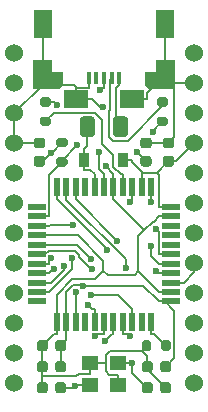
<source format=gbr>
%TF.GenerationSoftware,KiCad,Pcbnew,(5.1.9)-1*%
%TF.CreationDate,2021-03-22T03:11:48+09:00*%
%TF.ProjectId,yuiopPM,7975696f-7050-44d2-9e6b-696361645f70,1*%
%TF.SameCoordinates,Original*%
%TF.FileFunction,Copper,L1,Top*%
%TF.FilePolarity,Positive*%
%FSLAX46Y46*%
G04 Gerber Fmt 4.6, Leading zero omitted, Abs format (unit mm)*
G04 Created by KiCad (PCBNEW (5.1.9)-1) date 2021-03-22 03:11:48*
%MOMM*%
%LPD*%
G01*
G04 APERTURE LIST*
%TA.AperFunction,SMDPad,CuDef*%
%ADD10C,0.100000*%
%TD*%
%TA.AperFunction,SMDPad,CuDef*%
%ADD11R,1.600000X2.400000*%
%TD*%
%TA.AperFunction,SMDPad,CuDef*%
%ADD12R,2.000000X1.500000*%
%TD*%
%TA.AperFunction,SMDPad,CuDef*%
%ADD13R,0.400000X1.050000*%
%TD*%
%TA.AperFunction,SMDPad,CuDef*%
%ADD14R,1.400000X1.200000*%
%TD*%
%TA.AperFunction,SMDPad,CuDef*%
%ADD15R,1.500000X0.550000*%
%TD*%
%TA.AperFunction,SMDPad,CuDef*%
%ADD16R,0.550000X1.500000*%
%TD*%
%TA.AperFunction,ComponentPad*%
%ADD17C,1.524000*%
%TD*%
%TA.AperFunction,SMDPad,CuDef*%
%ADD18R,0.900000X1.200000*%
%TD*%
%TA.AperFunction,ViaPad*%
%ADD19C,0.600000*%
%TD*%
%TA.AperFunction,Conductor*%
%ADD20C,0.200000*%
%TD*%
G04 APERTURE END LIST*
%TA.AperFunction,SMDPad,CuDef*%
D10*
%TO.P,J1,6*%
%TO.N,/GND*%
G36*
X141319025Y-99510304D02*
G01*
X141318087Y-99510019D01*
X141317222Y-99509557D01*
X141316464Y-99508936D01*
X141315843Y-99508178D01*
X141315381Y-99507313D01*
X141315096Y-99506375D01*
X141315000Y-99505400D01*
X141315000Y-97105400D01*
X141315096Y-97104425D01*
X141315381Y-97103487D01*
X141315843Y-97102622D01*
X141316464Y-97101864D01*
X141317222Y-97101243D01*
X141318087Y-97100781D01*
X141319025Y-97100496D01*
X141320000Y-97100400D01*
X142920000Y-97100400D01*
X142920975Y-97100496D01*
X142921913Y-97100781D01*
X142922778Y-97101243D01*
X142923536Y-97101864D01*
X142924157Y-97102622D01*
X142924619Y-97103487D01*
X142924904Y-97104425D01*
X142925000Y-97105400D01*
X142925000Y-98100400D01*
X143870000Y-98100400D01*
X143870975Y-98100496D01*
X143871913Y-98100781D01*
X143872778Y-98101243D01*
X143873536Y-98101864D01*
X143874157Y-98102622D01*
X143874619Y-98103487D01*
X143874904Y-98104425D01*
X143875000Y-98105400D01*
X143875000Y-99205400D01*
X143874904Y-99206375D01*
X143874619Y-99207313D01*
X143874157Y-99208178D01*
X143873536Y-99208936D01*
X143573536Y-99508936D01*
X143572778Y-99509557D01*
X143571913Y-99510019D01*
X143570975Y-99510304D01*
X143570000Y-99510400D01*
X141320000Y-99510400D01*
X141319025Y-99510304D01*
G37*
%TD.AperFunction*%
%TA.AperFunction,SMDPad,CuDef*%
G36*
X151069025Y-99510304D02*
G01*
X151068087Y-99510019D01*
X151067222Y-99509557D01*
X151066464Y-99508936D01*
X150766464Y-99208936D01*
X150765843Y-99208178D01*
X150765381Y-99207313D01*
X150765096Y-99206375D01*
X150765000Y-99205400D01*
X150765000Y-98105400D01*
X150765096Y-98104425D01*
X150765381Y-98103487D01*
X150765843Y-98102622D01*
X150766464Y-98101864D01*
X150767222Y-98101243D01*
X150768087Y-98100781D01*
X150769025Y-98100496D01*
X150770000Y-98100400D01*
X151715000Y-98100400D01*
X151715000Y-97105400D01*
X151715096Y-97104425D01*
X151715381Y-97103487D01*
X151715843Y-97102622D01*
X151716464Y-97101864D01*
X151717222Y-97101243D01*
X151718087Y-97100781D01*
X151719025Y-97100496D01*
X151720000Y-97100400D01*
X153320000Y-97100400D01*
X153320975Y-97100496D01*
X153321913Y-97100781D01*
X153322778Y-97101243D01*
X153323536Y-97101864D01*
X153324157Y-97102622D01*
X153324619Y-97103487D01*
X153324904Y-97104425D01*
X153325000Y-97105400D01*
X153325000Y-99505400D01*
X153324904Y-99506375D01*
X153324619Y-99507313D01*
X153324157Y-99508178D01*
X153323536Y-99508936D01*
X153322778Y-99509557D01*
X153321913Y-99510019D01*
X153320975Y-99510304D01*
X153320000Y-99510400D01*
X151070000Y-99510400D01*
X151069025Y-99510304D01*
G37*
%TD.AperFunction*%
D11*
X142120000Y-94005400D03*
X152520000Y-94005400D03*
D12*
X144970000Y-100405400D03*
X149670000Y-100405400D03*
D13*
%TO.P,J1,1*%
%TO.N,Net-(F1-Pad2)*%
X148620000Y-98630400D03*
%TO.P,J1,2*%
%TO.N,Net-(J1-Pad2)*%
X147970000Y-98630400D03*
%TO.P,J1,3*%
%TO.N,Net-(J1-Pad3)*%
X147320000Y-98630400D03*
%TO.P,J1,4*%
%TO.N,N/C*%
X146670000Y-98630400D03*
%TO.P,J1,5*%
%TO.N,/GND*%
X146020000Y-98630400D03*
%TD*%
D14*
%TO.P,X1,4*%
%TO.N,/GND*%
X148520000Y-124648000D03*
%TO.P,X1,3*%
%TO.N,Net-(C2-Pad1)*%
X146120000Y-124648000D03*
%TO.P,X1,2*%
%TO.N,/GND*%
X146120000Y-122748000D03*
%TO.P,X1,1*%
%TO.N,Net-(C1-Pad1)*%
X148520000Y-122748000D03*
%TD*%
D15*
%TO.P,U1,44*%
%TO.N,/AVCC*%
X153020000Y-109538000D03*
%TO.P,U1,43*%
%TO.N,/GND*%
X153020000Y-110338000D03*
%TO.P,U1,42*%
%TO.N,N/C*%
X153020000Y-111138000D03*
%TO.P,U1,41*%
X153020000Y-111938000D03*
%TO.P,U1,40*%
X153020000Y-112738000D03*
%TO.P,U1,39*%
%TO.N,/A3*%
X153020000Y-113538000D03*
%TO.P,U1,38*%
%TO.N,/A2*%
X153020000Y-114338000D03*
%TO.P,U1,37*%
%TO.N,/A1*%
X153020000Y-115138000D03*
%TO.P,U1,36*%
%TO.N,/A0*%
X153020000Y-115938000D03*
%TO.P,U1,35*%
%TO.N,/GND*%
X153020000Y-116738000D03*
%TO.P,U1,34*%
%TO.N,/AVCC*%
X153020000Y-117538000D03*
D16*
%TO.P,U1,33*%
%TO.N,Net-(R2-Pad2)*%
X151320000Y-119238000D03*
%TO.P,U1,32*%
%TO.N,N/C*%
X150520000Y-119238000D03*
%TO.P,U1,31*%
%TO.N,/D5*%
X149720000Y-119238000D03*
%TO.P,U1,30*%
%TO.N,/D10*%
X148920000Y-119238000D03*
%TO.P,U1,29*%
%TO.N,/D9*%
X148120000Y-119238000D03*
%TO.P,U1,28*%
%TO.N,/D8*%
X147320000Y-119238000D03*
%TO.P,U1,27*%
%TO.N,/D6*%
X146520000Y-119238000D03*
%TO.P,U1,26*%
%TO.N,N/C*%
X145720000Y-119238000D03*
%TO.P,U1,25*%
%TO.N,/D4*%
X144920000Y-119238000D03*
%TO.P,U1,24*%
%TO.N,/AVCC*%
X144120000Y-119238000D03*
%TO.P,U1,23*%
%TO.N,/GND*%
X143320000Y-119238000D03*
D15*
%TO.P,U1,22*%
%TO.N,N/C*%
X141620000Y-117538000D03*
%TO.P,U1,21*%
%TO.N,/TXO*%
X141620000Y-116738000D03*
%TO.P,U1,20*%
%TO.N,/RXI*%
X141620000Y-115938000D03*
%TO.P,U1,19*%
%TO.N,/D2_SDA*%
X141620000Y-115138000D03*
%TO.P,U1,18*%
%TO.N,/D3_SCL*%
X141620000Y-114338000D03*
%TO.P,U1,17*%
%TO.N,Net-(C2-Pad1)*%
X141620000Y-113538000D03*
%TO.P,U1,16*%
%TO.N,Net-(C1-Pad1)*%
X141620000Y-112738000D03*
%TO.P,U1,15*%
%TO.N,/GND*%
X141620000Y-111938000D03*
%TO.P,U1,14*%
%TO.N,/AVCC*%
X141620000Y-111138000D03*
%TO.P,U1,13*%
%TO.N,/RESET*%
X141620000Y-110338000D03*
%TO.P,U1,12*%
%TO.N,N/C*%
X141620000Y-109538000D03*
D16*
%TO.P,U1,11*%
%TO.N,/MISO*%
X143320000Y-107838000D03*
%TO.P,U1,10*%
%TO.N,/MOSI*%
X144120000Y-107838000D03*
%TO.P,U1,9*%
%TO.N,/SCK*%
X144920000Y-107838000D03*
%TO.P,U1,8*%
%TO.N,N/C*%
X145720000Y-107838000D03*
%TO.P,U1,7*%
%TO.N,/V_USB*%
X146520000Y-107838000D03*
%TO.P,U1,6*%
%TO.N,Net-(C8-Pad2)*%
X147320000Y-107838000D03*
%TO.P,U1,5*%
%TO.N,/GND*%
X148120000Y-107838000D03*
%TO.P,U1,4*%
%TO.N,/D+*%
X148920000Y-107838000D03*
%TO.P,U1,3*%
%TO.N,/D-*%
X149720000Y-107838000D03*
%TO.P,U1,2*%
%TO.N,/AVCC*%
X150520000Y-107838000D03*
%TO.P,U1,1*%
%TO.N,/D7*%
X151320000Y-107838000D03*
%TD*%
%TO.P,R4,2*%
%TO.N,Net-(J1-Pad2)*%
%TA.AperFunction,SMDPad,CuDef*%
G36*
G01*
X152548000Y-101048000D02*
X151998000Y-101048000D01*
G75*
G02*
X151798000Y-100848000I0J200000D01*
G01*
X151798000Y-100448000D01*
G75*
G02*
X151998000Y-100248000I200000J0D01*
G01*
X152548000Y-100248000D01*
G75*
G02*
X152748000Y-100448000I0J-200000D01*
G01*
X152748000Y-100848000D01*
G75*
G02*
X152548000Y-101048000I-200000J0D01*
G01*
G37*
%TD.AperFunction*%
%TO.P,R4,1*%
%TO.N,/D-*%
%TA.AperFunction,SMDPad,CuDef*%
G36*
G01*
X152548000Y-102698000D02*
X151998000Y-102698000D01*
G75*
G02*
X151798000Y-102498000I0J200000D01*
G01*
X151798000Y-102098000D01*
G75*
G02*
X151998000Y-101898000I200000J0D01*
G01*
X152548000Y-101898000D01*
G75*
G02*
X152748000Y-102098000I0J-200000D01*
G01*
X152748000Y-102498000D01*
G75*
G02*
X152548000Y-102698000I-200000J0D01*
G01*
G37*
%TD.AperFunction*%
%TD*%
%TO.P,R3,2*%
%TO.N,Net-(J1-Pad3)*%
%TA.AperFunction,SMDPad,CuDef*%
G36*
G01*
X142642000Y-101048000D02*
X142092000Y-101048000D01*
G75*
G02*
X141892000Y-100848000I0J200000D01*
G01*
X141892000Y-100448000D01*
G75*
G02*
X142092000Y-100248000I200000J0D01*
G01*
X142642000Y-100248000D01*
G75*
G02*
X142842000Y-100448000I0J-200000D01*
G01*
X142842000Y-100848000D01*
G75*
G02*
X142642000Y-101048000I-200000J0D01*
G01*
G37*
%TD.AperFunction*%
%TO.P,R3,1*%
%TO.N,/D+*%
%TA.AperFunction,SMDPad,CuDef*%
G36*
G01*
X142642000Y-102698000D02*
X142092000Y-102698000D01*
G75*
G02*
X141892000Y-102498000I0J200000D01*
G01*
X141892000Y-102098000D01*
G75*
G02*
X142092000Y-101898000I200000J0D01*
G01*
X142642000Y-101898000D01*
G75*
G02*
X142842000Y-102098000I0J-200000D01*
G01*
X142842000Y-102498000D01*
G75*
G02*
X142642000Y-102698000I-200000J0D01*
G01*
G37*
%TD.AperFunction*%
%TD*%
%TO.P,R2,2*%
%TO.N,Net-(R2-Pad2)*%
%TA.AperFunction,SMDPad,CuDef*%
G36*
G01*
X152190000Y-121560000D02*
X152190000Y-121010000D01*
G75*
G02*
X152390000Y-120810000I200000J0D01*
G01*
X152790000Y-120810000D01*
G75*
G02*
X152990000Y-121010000I0J-200000D01*
G01*
X152990000Y-121560000D01*
G75*
G02*
X152790000Y-121760000I-200000J0D01*
G01*
X152390000Y-121760000D01*
G75*
G02*
X152190000Y-121560000I0J200000D01*
G01*
G37*
%TD.AperFunction*%
%TO.P,R2,1*%
%TO.N,/GND*%
%TA.AperFunction,SMDPad,CuDef*%
G36*
G01*
X150540000Y-121560000D02*
X150540000Y-121010000D01*
G75*
G02*
X150740000Y-120810000I200000J0D01*
G01*
X151140000Y-120810000D01*
G75*
G02*
X151340000Y-121010000I0J-200000D01*
G01*
X151340000Y-121560000D01*
G75*
G02*
X151140000Y-121760000I-200000J0D01*
G01*
X150740000Y-121760000D01*
G75*
G02*
X150540000Y-121560000I0J200000D01*
G01*
G37*
%TD.AperFunction*%
%TD*%
%TO.P,R1,2*%
%TO.N,/RESET*%
%TA.AperFunction,SMDPad,CuDef*%
G36*
G01*
X143489000Y-105327000D02*
X144039000Y-105327000D01*
G75*
G02*
X144239000Y-105527000I0J-200000D01*
G01*
X144239000Y-105927000D01*
G75*
G02*
X144039000Y-106127000I-200000J0D01*
G01*
X143489000Y-106127000D01*
G75*
G02*
X143289000Y-105927000I0J200000D01*
G01*
X143289000Y-105527000D01*
G75*
G02*
X143489000Y-105327000I200000J0D01*
G01*
G37*
%TD.AperFunction*%
%TO.P,R1,1*%
%TO.N,/AVCC*%
%TA.AperFunction,SMDPad,CuDef*%
G36*
G01*
X143489000Y-103677000D02*
X144039000Y-103677000D01*
G75*
G02*
X144239000Y-103877000I0J-200000D01*
G01*
X144239000Y-104277000D01*
G75*
G02*
X144039000Y-104477000I-200000J0D01*
G01*
X143489000Y-104477000D01*
G75*
G02*
X143289000Y-104277000I0J200000D01*
G01*
X143289000Y-103877000D01*
G75*
G02*
X143489000Y-103677000I200000J0D01*
G01*
G37*
%TD.AperFunction*%
%TD*%
%TO.P,F1,2*%
%TO.N,Net-(F1-Pad2)*%
%TA.AperFunction,SMDPad,CuDef*%
G36*
G01*
X148095000Y-103368000D02*
X148095000Y-102118000D01*
G75*
G02*
X148345000Y-101868000I250000J0D01*
G01*
X149095000Y-101868000D01*
G75*
G02*
X149345000Y-102118000I0J-250000D01*
G01*
X149345000Y-103368000D01*
G75*
G02*
X149095000Y-103618000I-250000J0D01*
G01*
X148345000Y-103618000D01*
G75*
G02*
X148095000Y-103368000I0J250000D01*
G01*
G37*
%TD.AperFunction*%
%TO.P,F1,1*%
%TO.N,/V_USB*%
%TA.AperFunction,SMDPad,CuDef*%
G36*
G01*
X145295000Y-103368000D02*
X145295000Y-102118000D01*
G75*
G02*
X145545000Y-101868000I250000J0D01*
G01*
X146295000Y-101868000D01*
G75*
G02*
X146545000Y-102118000I0J-250000D01*
G01*
X146545000Y-103368000D01*
G75*
G02*
X146295000Y-103618000I-250000J0D01*
G01*
X145545000Y-103618000D01*
G75*
G02*
X145295000Y-103368000I0J250000D01*
G01*
G37*
%TD.AperFunction*%
%TD*%
%TO.P,C8,2*%
%TO.N,Net-(C8-Pad2)*%
%TA.AperFunction,SMDPad,CuDef*%
G36*
G01*
X150626000Y-105227000D02*
X151126000Y-105227000D01*
G75*
G02*
X151351000Y-105452000I0J-225000D01*
G01*
X151351000Y-105902000D01*
G75*
G02*
X151126000Y-106127000I-225000J0D01*
G01*
X150626000Y-106127000D01*
G75*
G02*
X150401000Y-105902000I0J225000D01*
G01*
X150401000Y-105452000D01*
G75*
G02*
X150626000Y-105227000I225000J0D01*
G01*
G37*
%TD.AperFunction*%
%TO.P,C8,1*%
%TO.N,/GND*%
%TA.AperFunction,SMDPad,CuDef*%
G36*
G01*
X150626000Y-103677000D02*
X151126000Y-103677000D01*
G75*
G02*
X151351000Y-103902000I0J-225000D01*
G01*
X151351000Y-104352000D01*
G75*
G02*
X151126000Y-104577000I-225000J0D01*
G01*
X150626000Y-104577000D01*
G75*
G02*
X150401000Y-104352000I0J225000D01*
G01*
X150401000Y-103902000D01*
G75*
G02*
X150626000Y-103677000I225000J0D01*
G01*
G37*
%TD.AperFunction*%
%TD*%
%TO.P,C7,2*%
%TO.N,/GND*%
%TA.AperFunction,SMDPad,CuDef*%
G36*
G01*
X153031000Y-104577000D02*
X152531000Y-104577000D01*
G75*
G02*
X152306000Y-104352000I0J225000D01*
G01*
X152306000Y-103902000D01*
G75*
G02*
X152531000Y-103677000I225000J0D01*
G01*
X153031000Y-103677000D01*
G75*
G02*
X153256000Y-103902000I0J-225000D01*
G01*
X153256000Y-104352000D01*
G75*
G02*
X153031000Y-104577000I-225000J0D01*
G01*
G37*
%TD.AperFunction*%
%TO.P,C7,1*%
%TO.N,/AVCC*%
%TA.AperFunction,SMDPad,CuDef*%
G36*
G01*
X153031000Y-106127000D02*
X152531000Y-106127000D01*
G75*
G02*
X152306000Y-105902000I0J225000D01*
G01*
X152306000Y-105452000D01*
G75*
G02*
X152531000Y-105227000I225000J0D01*
G01*
X153031000Y-105227000D01*
G75*
G02*
X153256000Y-105452000I0J-225000D01*
G01*
X153256000Y-105902000D01*
G75*
G02*
X153031000Y-106127000I-225000J0D01*
G01*
G37*
%TD.AperFunction*%
%TD*%
%TO.P,C6,2*%
%TO.N,/GND*%
%TA.AperFunction,SMDPad,CuDef*%
G36*
G01*
X142109000Y-104577000D02*
X141609000Y-104577000D01*
G75*
G02*
X141384000Y-104352000I0J225000D01*
G01*
X141384000Y-103902000D01*
G75*
G02*
X141609000Y-103677000I225000J0D01*
G01*
X142109000Y-103677000D01*
G75*
G02*
X142334000Y-103902000I0J-225000D01*
G01*
X142334000Y-104352000D01*
G75*
G02*
X142109000Y-104577000I-225000J0D01*
G01*
G37*
%TD.AperFunction*%
%TO.P,C6,1*%
%TO.N,/AVCC*%
%TA.AperFunction,SMDPad,CuDef*%
G36*
G01*
X142109000Y-106127000D02*
X141609000Y-106127000D01*
G75*
G02*
X141384000Y-105902000I0J225000D01*
G01*
X141384000Y-105452000D01*
G75*
G02*
X141609000Y-105227000I225000J0D01*
G01*
X142109000Y-105227000D01*
G75*
G02*
X142334000Y-105452000I0J-225000D01*
G01*
X142334000Y-105902000D01*
G75*
G02*
X142109000Y-106127000I-225000J0D01*
G01*
G37*
%TD.AperFunction*%
%TD*%
%TO.P,C5,2*%
%TO.N,/GND*%
%TA.AperFunction,SMDPad,CuDef*%
G36*
G01*
X151440000Y-122813000D02*
X151440000Y-123313000D01*
G75*
G02*
X151215000Y-123538000I-225000J0D01*
G01*
X150765000Y-123538000D01*
G75*
G02*
X150540000Y-123313000I0J225000D01*
G01*
X150540000Y-122813000D01*
G75*
G02*
X150765000Y-122588000I225000J0D01*
G01*
X151215000Y-122588000D01*
G75*
G02*
X151440000Y-122813000I0J-225000D01*
G01*
G37*
%TD.AperFunction*%
%TO.P,C5,1*%
%TO.N,/AVCC*%
%TA.AperFunction,SMDPad,CuDef*%
G36*
G01*
X152990000Y-122813000D02*
X152990000Y-123313000D01*
G75*
G02*
X152765000Y-123538000I-225000J0D01*
G01*
X152315000Y-123538000D01*
G75*
G02*
X152090000Y-123313000I0J225000D01*
G01*
X152090000Y-122813000D01*
G75*
G02*
X152315000Y-122588000I225000J0D01*
G01*
X152765000Y-122588000D01*
G75*
G02*
X152990000Y-122813000I0J-225000D01*
G01*
G37*
%TD.AperFunction*%
%TD*%
%TO.P,C4,2*%
%TO.N,/GND*%
%TA.AperFunction,SMDPad,CuDef*%
G36*
G01*
X142550000Y-122813000D02*
X142550000Y-123313000D01*
G75*
G02*
X142325000Y-123538000I-225000J0D01*
G01*
X141875000Y-123538000D01*
G75*
G02*
X141650000Y-123313000I0J225000D01*
G01*
X141650000Y-122813000D01*
G75*
G02*
X141875000Y-122588000I225000J0D01*
G01*
X142325000Y-122588000D01*
G75*
G02*
X142550000Y-122813000I0J-225000D01*
G01*
G37*
%TD.AperFunction*%
%TO.P,C4,1*%
%TO.N,/AVCC*%
%TA.AperFunction,SMDPad,CuDef*%
G36*
G01*
X144100000Y-122813000D02*
X144100000Y-123313000D01*
G75*
G02*
X143875000Y-123538000I-225000J0D01*
G01*
X143425000Y-123538000D01*
G75*
G02*
X143200000Y-123313000I0J225000D01*
G01*
X143200000Y-122813000D01*
G75*
G02*
X143425000Y-122588000I225000J0D01*
G01*
X143875000Y-122588000D01*
G75*
G02*
X144100000Y-122813000I0J-225000D01*
G01*
G37*
%TD.AperFunction*%
%TD*%
%TO.P,C3,2*%
%TO.N,/GND*%
%TA.AperFunction,SMDPad,CuDef*%
G36*
G01*
X142550000Y-121035000D02*
X142550000Y-121535000D01*
G75*
G02*
X142325000Y-121760000I-225000J0D01*
G01*
X141875000Y-121760000D01*
G75*
G02*
X141650000Y-121535000I0J225000D01*
G01*
X141650000Y-121035000D01*
G75*
G02*
X141875000Y-120810000I225000J0D01*
G01*
X142325000Y-120810000D01*
G75*
G02*
X142550000Y-121035000I0J-225000D01*
G01*
G37*
%TD.AperFunction*%
%TO.P,C3,1*%
%TO.N,/AVCC*%
%TA.AperFunction,SMDPad,CuDef*%
G36*
G01*
X144100000Y-121035000D02*
X144100000Y-121535000D01*
G75*
G02*
X143875000Y-121760000I-225000J0D01*
G01*
X143425000Y-121760000D01*
G75*
G02*
X143200000Y-121535000I0J225000D01*
G01*
X143200000Y-121035000D01*
G75*
G02*
X143425000Y-120810000I225000J0D01*
G01*
X143875000Y-120810000D01*
G75*
G02*
X144100000Y-121035000I0J-225000D01*
G01*
G37*
%TD.AperFunction*%
%TD*%
%TO.P,C2,2*%
%TO.N,/GND*%
%TA.AperFunction,SMDPad,CuDef*%
G36*
G01*
X142550000Y-124591000D02*
X142550000Y-125091000D01*
G75*
G02*
X142325000Y-125316000I-225000J0D01*
G01*
X141875000Y-125316000D01*
G75*
G02*
X141650000Y-125091000I0J225000D01*
G01*
X141650000Y-124591000D01*
G75*
G02*
X141875000Y-124366000I225000J0D01*
G01*
X142325000Y-124366000D01*
G75*
G02*
X142550000Y-124591000I0J-225000D01*
G01*
G37*
%TD.AperFunction*%
%TO.P,C2,1*%
%TO.N,Net-(C2-Pad1)*%
%TA.AperFunction,SMDPad,CuDef*%
G36*
G01*
X144100000Y-124591000D02*
X144100000Y-125091000D01*
G75*
G02*
X143875000Y-125316000I-225000J0D01*
G01*
X143425000Y-125316000D01*
G75*
G02*
X143200000Y-125091000I0J225000D01*
G01*
X143200000Y-124591000D01*
G75*
G02*
X143425000Y-124366000I225000J0D01*
G01*
X143875000Y-124366000D01*
G75*
G02*
X144100000Y-124591000I0J-225000D01*
G01*
G37*
%TD.AperFunction*%
%TD*%
%TO.P,C1,2*%
%TO.N,/GND*%
%TA.AperFunction,SMDPad,CuDef*%
G36*
G01*
X152090000Y-125091000D02*
X152090000Y-124591000D01*
G75*
G02*
X152315000Y-124366000I225000J0D01*
G01*
X152765000Y-124366000D01*
G75*
G02*
X152990000Y-124591000I0J-225000D01*
G01*
X152990000Y-125091000D01*
G75*
G02*
X152765000Y-125316000I-225000J0D01*
G01*
X152315000Y-125316000D01*
G75*
G02*
X152090000Y-125091000I0J225000D01*
G01*
G37*
%TD.AperFunction*%
%TO.P,C1,1*%
%TO.N,Net-(C1-Pad1)*%
%TA.AperFunction,SMDPad,CuDef*%
G36*
G01*
X150540000Y-125091000D02*
X150540000Y-124591000D01*
G75*
G02*
X150765000Y-124366000I225000J0D01*
G01*
X151215000Y-124366000D01*
G75*
G02*
X151440000Y-124591000I0J-225000D01*
G01*
X151440000Y-125091000D01*
G75*
G02*
X151215000Y-125316000I-225000J0D01*
G01*
X150765000Y-125316000D01*
G75*
G02*
X150540000Y-125091000I0J225000D01*
G01*
G37*
%TD.AperFunction*%
%TD*%
D17*
%TO.P,J3,12*%
%TO.N,/D10*%
X154940000Y-124460000D03*
%TO.P,J3,11*%
%TO.N,/MOSI*%
X154940000Y-121920000D03*
%TO.P,J3,10*%
%TO.N,/MISO*%
X154940000Y-119380000D03*
%TO.P,J3,9*%
%TO.N,/SCK*%
X154940000Y-116840000D03*
%TO.P,J3,8*%
%TO.N,/A0*%
X154940000Y-114300000D03*
%TO.P,J3,7*%
%TO.N,/A1*%
X154940000Y-111760000D03*
%TO.P,J3,6*%
%TO.N,/A2*%
X154940000Y-109220000D03*
%TO.P,J3,5*%
%TO.N,/A3*%
X154940000Y-106680000D03*
%TO.P,J3,4*%
%TO.N,/AVCC*%
X154940000Y-104140000D03*
%TO.P,J3,3*%
%TO.N,/RESET*%
X154940000Y-101600000D03*
%TO.P,J3,2*%
%TO.N,/GND*%
X154940000Y-99060000D03*
%TO.P,J3,1*%
%TO.N,/AVCC*%
X154940000Y-96520000D03*
%TD*%
%TO.P,J2,12*%
%TO.N,/D9*%
X139700000Y-124460000D03*
%TO.P,J2,11*%
%TO.N,/D8*%
X139700000Y-121920000D03*
%TO.P,J2,10*%
%TO.N,/D7*%
X139700000Y-119380000D03*
%TO.P,J2,9*%
%TO.N,/D6*%
X139700000Y-116840000D03*
%TO.P,J2,8*%
%TO.N,/D5*%
X139700000Y-114300000D03*
%TO.P,J2,7*%
%TO.N,/D4*%
X139700000Y-111760000D03*
%TO.P,J2,6*%
%TO.N,/D3_SCL*%
X139700000Y-109220000D03*
%TO.P,J2,5*%
%TO.N,/D2_SDA*%
X139700000Y-106680000D03*
%TO.P,J2,4*%
%TO.N,/GND*%
X139700000Y-104140000D03*
%TO.P,J2,3*%
X139700000Y-101600000D03*
%TO.P,J2,2*%
%TO.N,/RXI*%
X139700000Y-99060000D03*
%TO.P,J2,1*%
%TO.N,/TXO*%
X139700000Y-96520000D03*
%TD*%
D18*
%TO.P,D1,1*%
%TO.N,/AVCC*%
X148970000Y-105537000D03*
%TO.P,D1,2*%
%TO.N,/V_USB*%
X145670000Y-105537000D03*
%TD*%
D19*
%TO.N,/GND*%
X147228900Y-101086500D03*
X147468500Y-106058400D03*
%TO.N,Net-(C1-Pad1)*%
X146233600Y-113957400D03*
X149733900Y-122782500D03*
%TO.N,Net-(C2-Pad1)*%
X146327000Y-114809200D03*
X144906400Y-124706600D03*
%TO.N,/AVCC*%
X144686900Y-111099000D03*
X142856100Y-104946500D03*
X145511800Y-116232800D03*
%TO.N,Net-(C8-Pad2)*%
X146868200Y-104893200D03*
X150108700Y-104909700D03*
%TO.N,Net-(J1-Pad3)*%
X147008300Y-99667700D03*
X143369300Y-100907400D03*
%TO.N,/D9*%
X147442100Y-120889400D03*
%TO.N,/D8*%
X146594200Y-120494500D03*
%TO.N,/D7*%
X151320000Y-109105100D03*
%TO.N,/D6*%
X145956100Y-117842200D03*
%TO.N,/D5*%
X146222800Y-117003400D03*
%TO.N,/D4*%
X144920000Y-116773000D03*
%TO.N,/D3_SCL*%
X142876800Y-113871400D03*
%TO.N,/D2_SDA*%
X143079200Y-114800900D03*
%TO.N,/RXI*%
X143930200Y-114521700D03*
%TO.N,/TXO*%
X144617500Y-113871400D03*
%TO.N,/D10*%
X149484700Y-120501900D03*
%TO.N,/MOSI*%
X149162000Y-114689300D03*
%TO.N,/MISO*%
X147571400Y-113217300D03*
%TO.N,/SCK*%
X148451000Y-112398900D03*
%TO.N,/A1*%
X151757000Y-114943000D03*
%TO.N,/A2*%
X151334900Y-112825100D03*
%TO.N,/A3*%
X151766200Y-111379400D03*
%TO.N,/RESET*%
X145071700Y-104310200D03*
%TO.N,/D-*%
X149512200Y-109096100D03*
X151475900Y-103223000D03*
%TD*%
D20*
%TO.N,/GND*%
X150729000Y-111497200D02*
X150230100Y-111996100D01*
X150230100Y-111996100D02*
X150230100Y-114998400D01*
X151969700Y-110338000D02*
X151534300Y-110773400D01*
X151534300Y-110773400D02*
X151452800Y-110773400D01*
X151452800Y-110773400D02*
X150729000Y-111497200D01*
X148120000Y-108888300D02*
X150729000Y-111497200D01*
X148120000Y-107838000D02*
X148120000Y-108888300D01*
X153020000Y-110338000D02*
X151969700Y-110338000D01*
X150230100Y-114998400D02*
X151969700Y-116738000D01*
X147268000Y-114928100D02*
X147639600Y-115299700D01*
X147639600Y-115299700D02*
X149928800Y-115299700D01*
X149928800Y-115299700D02*
X150230100Y-114998400D01*
X147468500Y-106058400D02*
X147468500Y-106095100D01*
X147468500Y-106095100D02*
X148120000Y-106746600D01*
X148120000Y-106746600D02*
X148120000Y-107838000D01*
X147268000Y-114928100D02*
X146563600Y-115632500D01*
X146563600Y-115632500D02*
X144645500Y-115632500D01*
X144645500Y-115632500D02*
X143320000Y-116958000D01*
X143320000Y-116958000D02*
X143320000Y-119238000D01*
X143320000Y-119238000D02*
X143320000Y-120288300D01*
X143320000Y-120288300D02*
X143096700Y-120288300D01*
X143096700Y-120288300D02*
X142100000Y-121285000D01*
X152781000Y-104127000D02*
X150876000Y-104127000D01*
X153274600Y-99060000D02*
X153274600Y-103633400D01*
X153274600Y-103633400D02*
X152781000Y-104127000D01*
X150516500Y-121708500D02*
X150940000Y-121285000D01*
X147486900Y-122748000D02*
X147486900Y-122050300D01*
X147486900Y-122050300D02*
X147828700Y-121708500D01*
X147828700Y-121708500D02*
X150516500Y-121708500D01*
X150990000Y-123063000D02*
X150990000Y-122182000D01*
X150990000Y-122182000D02*
X150516500Y-121708500D01*
X152540000Y-124841000D02*
X150990000Y-123291000D01*
X150990000Y-123291000D02*
X150990000Y-123063000D01*
X147486900Y-122748000D02*
X147486900Y-123447100D01*
X147486900Y-123447100D02*
X147787500Y-123747700D01*
X147787500Y-123747700D02*
X148520000Y-123747700D01*
X146120000Y-122748000D02*
X147486900Y-122748000D01*
X141620000Y-111938000D02*
X145099400Y-111938000D01*
X145099400Y-111938000D02*
X147268000Y-114106600D01*
X147268000Y-114106600D02*
X147268000Y-114928100D01*
X146020000Y-98630400D02*
X146020000Y-99455700D01*
X146020000Y-99455700D02*
X145070600Y-99455700D01*
X145070600Y-99455700D02*
X144970000Y-99355100D01*
X144970000Y-100405400D02*
X146270300Y-100405400D01*
X147228900Y-101086500D02*
X146951400Y-101086500D01*
X146951400Y-101086500D02*
X146270300Y-100405400D01*
X144970000Y-100405400D02*
X144970000Y-99355100D01*
X142120000Y-99180000D02*
X142120000Y-98305400D01*
X139700000Y-101600000D02*
X142120000Y-99180000D01*
X142120000Y-99180000D02*
X144794900Y-99180000D01*
X144794900Y-99180000D02*
X144970000Y-99355100D01*
X153020000Y-116738000D02*
X151969700Y-116738000D01*
X139700000Y-104127000D02*
X139700000Y-101600000D01*
X153274600Y-99060000D02*
X152520000Y-98305400D01*
X154940000Y-99060000D02*
X153274600Y-99060000D01*
X142100000Y-123876100D02*
X142100000Y-124841000D01*
X142100000Y-123063000D02*
X142100000Y-123876100D01*
X142100000Y-123876100D02*
X144991900Y-123876100D01*
X144991900Y-123876100D02*
X145219700Y-123648300D01*
X145219700Y-123648300D02*
X146120000Y-123648300D01*
X146120000Y-122748000D02*
X146120000Y-123648300D01*
X142100000Y-121285000D02*
X142100000Y-123063000D01*
X142120000Y-98305400D02*
X142120000Y-94005400D01*
X152520000Y-94005400D02*
X152520000Y-98305400D01*
X150970300Y-100405400D02*
X150970300Y-99855100D01*
X150970300Y-99855100D02*
X152520000Y-98305400D01*
X148520000Y-124648000D02*
X148520000Y-123747700D01*
X149670000Y-100405400D02*
X150970300Y-100405400D01*
X139700000Y-104127000D02*
X139700000Y-104140000D01*
X139700000Y-104127000D02*
X141859000Y-104127000D01*
%TO.N,Net-(C1-Pad1)*%
X141620000Y-112738000D02*
X145014200Y-112738000D01*
X145014200Y-112738000D02*
X146233600Y-113957400D01*
X149733900Y-122782500D02*
X149733900Y-123584900D01*
X149733900Y-123584900D02*
X150990000Y-124841000D01*
X149120200Y-122748000D02*
X149699400Y-122748000D01*
X149699400Y-122748000D02*
X149733900Y-122782500D01*
X148520000Y-122748000D02*
X149120200Y-122748000D01*
%TO.N,Net-(C2-Pad1)*%
X141620000Y-113538000D02*
X142361300Y-113538000D01*
X142361300Y-113538000D02*
X142628200Y-113271100D01*
X142628200Y-113271100D02*
X144866200Y-113271100D01*
X144866200Y-113271100D02*
X145217800Y-113622700D01*
X145217800Y-113622700D02*
X145217800Y-113802800D01*
X145217800Y-113802800D02*
X146224100Y-114809100D01*
X146224100Y-114809100D02*
X146327000Y-114809100D01*
X146327000Y-114809100D02*
X146327000Y-114809200D01*
X145619900Y-124648000D02*
X144965000Y-124648000D01*
X144965000Y-124648000D02*
X144906400Y-124706600D01*
X143650000Y-124841000D02*
X144772000Y-124841000D01*
X144772000Y-124841000D02*
X144906400Y-124706600D01*
X146120000Y-124648000D02*
X145619900Y-124648000D01*
%TO.N,/AVCC*%
X141620000Y-111138000D02*
X142670300Y-111138000D01*
X144686900Y-111099000D02*
X142709300Y-111099000D01*
X142709300Y-111099000D02*
X142670300Y-111138000D01*
X142856100Y-104946500D02*
X142125600Y-105677000D01*
X142125600Y-105677000D02*
X141859000Y-105677000D01*
X142856100Y-104946500D02*
X142894500Y-104946500D01*
X142894500Y-104946500D02*
X143764000Y-104077000D01*
X145511800Y-116232800D02*
X145451700Y-116172700D01*
X145451700Y-116172700D02*
X144671400Y-116172700D01*
X144671400Y-116172700D02*
X144120000Y-116724100D01*
X144120000Y-116724100D02*
X144120000Y-119238000D01*
X151969700Y-117538000D02*
X150664500Y-116232800D01*
X150664500Y-116232800D02*
X145511800Y-116232800D01*
X144120000Y-119238000D02*
X144120000Y-120815000D01*
X144120000Y-120815000D02*
X143650000Y-121285000D01*
X153020000Y-109538000D02*
X151969700Y-109538000D01*
X151783100Y-106674900D02*
X151969700Y-106861500D01*
X151969700Y-106861500D02*
X151969700Y-109538000D01*
X151783100Y-106674900D02*
X152781000Y-105677000D01*
X150632800Y-106674900D02*
X151783100Y-106674900D01*
X154940000Y-104140000D02*
X153403000Y-105677000D01*
X153403000Y-105677000D02*
X152781000Y-105677000D01*
X152494900Y-117538000D02*
X153291300Y-118334400D01*
X153291300Y-118334400D02*
X153291300Y-122311700D01*
X153291300Y-122311700D02*
X152540000Y-123063000D01*
X152494900Y-117538000D02*
X151969700Y-117538000D01*
X153020000Y-117538000D02*
X152494900Y-117538000D01*
X150632800Y-106674900D02*
X150520000Y-106787700D01*
X150520000Y-106787700D02*
X150520000Y-107838000D01*
X149720300Y-105537000D02*
X149720300Y-105762400D01*
X149720300Y-105762400D02*
X150632800Y-106674900D01*
X148970000Y-105537000D02*
X149720300Y-105537000D01*
X143650000Y-121285000D02*
X143650000Y-123063000D01*
%TO.N,Net-(C8-Pad2)*%
X150876000Y-105677000D02*
X150108700Y-104909700D01*
X146868200Y-104893200D02*
X146868200Y-106335900D01*
X146868200Y-106335900D02*
X147320000Y-106787700D01*
X147320000Y-107838000D02*
X147320000Y-106787700D01*
%TO.N,/V_USB*%
X146520000Y-107838000D02*
X146520000Y-106787700D01*
X145670000Y-105537000D02*
X145670000Y-106437300D01*
X145670000Y-106437300D02*
X146169600Y-106437300D01*
X146169600Y-106437300D02*
X146520000Y-106787700D01*
X145670000Y-105123600D02*
X145670000Y-105537000D01*
X145670000Y-105123600D02*
X145670000Y-104636700D01*
X145670000Y-104636700D02*
X145920000Y-104386700D01*
X145920000Y-104386700D02*
X145920000Y-102743000D01*
%TO.N,Net-(F1-Pad2)*%
X148720000Y-102743000D02*
X148369700Y-102392700D01*
X148369700Y-102392700D02*
X148369700Y-99455700D01*
X148369700Y-99455700D02*
X148620000Y-99205400D01*
X148620000Y-99205400D02*
X148620000Y-98630400D01*
%TO.N,Net-(J1-Pad2)*%
X152273000Y-100648000D02*
X152273000Y-101028000D01*
X152273000Y-101028000D02*
X149350000Y-103951000D01*
X149350000Y-103951000D02*
X148104800Y-103951000D01*
X148104800Y-103951000D02*
X147775300Y-103621500D01*
X147775300Y-103621500D02*
X147775300Y-101389100D01*
X147775300Y-101389100D02*
X147829200Y-101335200D01*
X147829200Y-101335200D02*
X147829200Y-98771200D01*
X147829200Y-98771200D02*
X147970000Y-98630400D01*
%TO.N,Net-(J1-Pad3)*%
X142367000Y-100648000D02*
X143109900Y-100648000D01*
X143109900Y-100648000D02*
X143369300Y-100907400D01*
X147008300Y-99667700D02*
X147220300Y-99455700D01*
X147220300Y-99455700D02*
X147320000Y-99455700D01*
X147320000Y-98630400D02*
X147320000Y-99455700D01*
%TO.N,/D9*%
X147442100Y-120889400D02*
X148043200Y-120288300D01*
X148043200Y-120288300D02*
X148120000Y-120288300D01*
X148120000Y-119238000D02*
X148120000Y-120288300D01*
%TO.N,/D8*%
X147320000Y-120288300D02*
X146800400Y-120288300D01*
X146800400Y-120288300D02*
X146594200Y-120494500D01*
X147320000Y-119238000D02*
X147320000Y-120288300D01*
%TO.N,/D7*%
X151320000Y-109105100D02*
X151320000Y-107838000D01*
%TO.N,/D6*%
X145956100Y-117842200D02*
X146301600Y-118187700D01*
X146301600Y-118187700D02*
X146520000Y-118187700D01*
X146520000Y-119238000D02*
X146520000Y-118187700D01*
%TO.N,/D5*%
X149720000Y-119238000D02*
X149720000Y-118187700D01*
X146222800Y-117003400D02*
X148535700Y-117003400D01*
X148535700Y-117003400D02*
X149720000Y-118187700D01*
%TO.N,/D4*%
X144920000Y-119238000D02*
X144920000Y-116773000D01*
%TO.N,/D3_SCL*%
X141620000Y-114338000D02*
X142670300Y-114338000D01*
X142876800Y-113871400D02*
X142670300Y-114077900D01*
X142670300Y-114077900D02*
X142670300Y-114338000D01*
%TO.N,/D2_SDA*%
X142670300Y-115138000D02*
X143007400Y-114800900D01*
X143007400Y-114800900D02*
X143079200Y-114800900D01*
X141620000Y-115138000D02*
X142670300Y-115138000D01*
%TO.N,/RXI*%
X143930200Y-114521700D02*
X143930200Y-114837400D01*
X143930200Y-114837400D02*
X142829600Y-115938000D01*
X142829600Y-115938000D02*
X141620000Y-115938000D01*
%TO.N,/TXO*%
X144617500Y-113871400D02*
X144617500Y-114790800D01*
X144617500Y-114790800D02*
X142670300Y-116738000D01*
X141620000Y-116738000D02*
X142670300Y-116738000D01*
%TO.N,/D10*%
X149484700Y-120501900D02*
X149271100Y-120288300D01*
X149271100Y-120288300D02*
X148920000Y-120288300D01*
X148920000Y-119238000D02*
X148920000Y-120288300D01*
%TO.N,/MOSI*%
X144120000Y-107838000D02*
X144120000Y-108916800D01*
X144120000Y-108916800D02*
X149162000Y-113958800D01*
X149162000Y-113958800D02*
X149162000Y-114689300D01*
%TO.N,/MISO*%
X143320000Y-108888300D02*
X143325200Y-108888300D01*
X143325200Y-108888300D02*
X147571400Y-113134500D01*
X147571400Y-113134500D02*
X147571400Y-113217300D01*
X143320000Y-107838000D02*
X143320000Y-108888300D01*
%TO.N,/SCK*%
X144920000Y-108888300D02*
X148430600Y-112398900D01*
X148430600Y-112398900D02*
X148451000Y-112398900D01*
X144920000Y-107838000D02*
X144920000Y-108888300D01*
%TO.N,/A0*%
X153020000Y-115938000D02*
X154070300Y-115938000D01*
X154940000Y-114300000D02*
X154940000Y-115068300D01*
X154940000Y-115068300D02*
X154070300Y-115938000D01*
%TO.N,/A1*%
X151969700Y-115138000D02*
X151774700Y-114943000D01*
X151774700Y-114943000D02*
X151757000Y-114943000D01*
X153020000Y-115138000D02*
X151969700Y-115138000D01*
%TO.N,/A2*%
X151969700Y-114338000D02*
X151334900Y-113703200D01*
X151334900Y-113703200D02*
X151334900Y-112825100D01*
X153020000Y-114338000D02*
X151969700Y-114338000D01*
%TO.N,/A3*%
X151969700Y-113538000D02*
X151969700Y-111582900D01*
X151969700Y-111582900D02*
X151766200Y-111379400D01*
X153020000Y-113538000D02*
X151969700Y-113538000D01*
%TO.N,/RESET*%
X143764000Y-105727000D02*
X142670300Y-106820700D01*
X142670300Y-106820700D02*
X142670300Y-110338000D01*
X145071700Y-104310200D02*
X143764000Y-105617900D01*
X143764000Y-105617900D02*
X143764000Y-105727000D01*
X141620000Y-110338000D02*
X142670300Y-110338000D01*
%TO.N,Net-(R2-Pad2)*%
X151320000Y-119238000D02*
X151320000Y-120288300D01*
X152590000Y-121285000D02*
X151593300Y-120288300D01*
X151593300Y-120288300D02*
X151320000Y-120288300D01*
%TO.N,/D+*%
X142367000Y-102298000D02*
X143101400Y-101563600D01*
X143101400Y-101563600D02*
X146536800Y-101563600D01*
X146536800Y-101563600D02*
X147134500Y-102161300D01*
X147134500Y-102161300D02*
X147134500Y-104169500D01*
X147134500Y-104169500D02*
X148068800Y-105103800D01*
X148068800Y-105103800D02*
X148068800Y-106129100D01*
X148068800Y-106129100D02*
X148727400Y-106787700D01*
X148727400Y-106787700D02*
X148920000Y-106787700D01*
X148920000Y-107838000D02*
X148920000Y-106787700D01*
%TO.N,/D-*%
X152273000Y-102298000D02*
X151475900Y-103095100D01*
X151475900Y-103095100D02*
X151475900Y-103223000D01*
X149512200Y-109096100D02*
X149720000Y-108888300D01*
X149720000Y-107838000D02*
X149720000Y-108888300D01*
%TD*%
M02*

</source>
